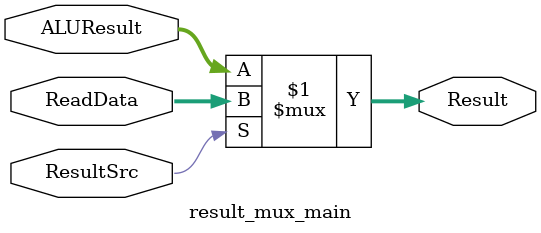
<source format=sv>
module result_mux_main#(
    parameter RESULT_WIDTH = 32
)(
    input logic ResultSrc,
    input logic [RESULT_WIDTH-1:0] ALUResult,
    input logic [RESULT_WIDTH-1:0] ReadData,
    output logic [RESULT_WIDTH-1:0] Result

);

assign Result = ResultSrc ? ReadData : ALUResult;
    
endmodule
</source>
